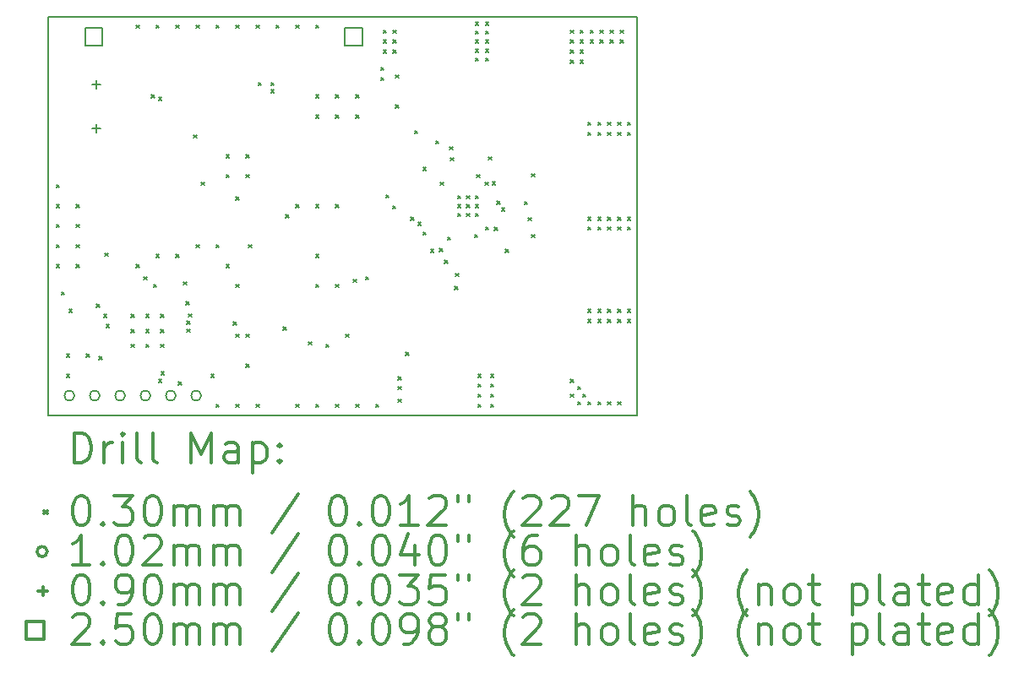
<source format=gbr>
%FSLAX45Y45*%
G04 Gerber Fmt 4.5, Leading zero omitted, Abs format (unit mm)*
G04 Created by KiCad (PCBNEW 4.0.5) date 03/01/17 00:06:03*
%MOMM*%
%LPD*%
G01*
G04 APERTURE LIST*
%ADD10C,0.127000*%
%ADD11C,0.150000*%
%ADD12C,0.200000*%
%ADD13C,0.300000*%
G04 APERTURE END LIST*
D10*
D11*
X19800000Y-8500000D02*
X13900000Y-8500000D01*
X19800000Y-12500000D02*
X19800000Y-8500000D01*
X13900000Y-12500000D02*
X19800000Y-12500000D01*
X13900000Y-8500000D02*
X13900000Y-12500000D01*
D12*
X13985000Y-10185000D02*
X14015000Y-10215000D01*
X14015000Y-10185000D02*
X13985000Y-10215000D01*
X13985000Y-10385000D02*
X14015000Y-10415000D01*
X14015000Y-10385000D02*
X13985000Y-10415000D01*
X13985000Y-10585000D02*
X14015000Y-10615000D01*
X14015000Y-10585000D02*
X13985000Y-10615000D01*
X13985000Y-10785000D02*
X14015000Y-10815000D01*
X14015000Y-10785000D02*
X13985000Y-10815000D01*
X13985000Y-10985000D02*
X14015000Y-11015000D01*
X14015000Y-10985000D02*
X13985000Y-11015000D01*
X14035000Y-11260000D02*
X14065000Y-11290000D01*
X14065000Y-11260000D02*
X14035000Y-11290000D01*
X14085000Y-11885000D02*
X14115000Y-11915000D01*
X14115000Y-11885000D02*
X14085000Y-11915000D01*
X14085000Y-12085000D02*
X14115000Y-12115000D01*
X14115000Y-12085000D02*
X14085000Y-12115000D01*
X14110000Y-11435000D02*
X14140000Y-11465000D01*
X14140000Y-11435000D02*
X14110000Y-11465000D01*
X14185000Y-10385000D02*
X14215000Y-10415000D01*
X14215000Y-10385000D02*
X14185000Y-10415000D01*
X14185000Y-10585000D02*
X14215000Y-10615000D01*
X14215000Y-10585000D02*
X14185000Y-10615000D01*
X14185000Y-10785000D02*
X14215000Y-10815000D01*
X14215000Y-10785000D02*
X14185000Y-10815000D01*
X14185000Y-10985000D02*
X14215000Y-11015000D01*
X14215000Y-10985000D02*
X14185000Y-11015000D01*
X14285000Y-11885000D02*
X14315000Y-11915000D01*
X14315000Y-11885000D02*
X14285000Y-11915000D01*
X14385000Y-11385000D02*
X14415000Y-11415000D01*
X14415000Y-11385000D02*
X14385000Y-11415000D01*
X14410000Y-11910000D02*
X14440000Y-11940000D01*
X14440000Y-11910000D02*
X14410000Y-11940000D01*
X14460000Y-11485000D02*
X14490000Y-11515000D01*
X14490000Y-11485000D02*
X14460000Y-11515000D01*
X14469857Y-10869857D02*
X14499857Y-10899857D01*
X14499857Y-10869857D02*
X14469857Y-10899857D01*
X14485000Y-11585000D02*
X14515000Y-11615000D01*
X14515000Y-11585000D02*
X14485000Y-11615000D01*
X14732500Y-11485000D02*
X14762500Y-11515000D01*
X14762500Y-11485000D02*
X14732500Y-11515000D01*
X14732500Y-11635000D02*
X14762500Y-11665000D01*
X14762500Y-11635000D02*
X14732500Y-11665000D01*
X14732500Y-11785000D02*
X14762500Y-11815000D01*
X14762500Y-11785000D02*
X14732500Y-11815000D01*
X14785000Y-8585000D02*
X14815000Y-8615000D01*
X14815000Y-8585000D02*
X14785000Y-8615000D01*
X14785000Y-10985000D02*
X14815000Y-11015000D01*
X14815000Y-10985000D02*
X14785000Y-11015000D01*
X14860000Y-11110000D02*
X14890000Y-11140000D01*
X14890000Y-11110000D02*
X14860000Y-11140000D01*
X14882500Y-11485000D02*
X14912500Y-11515000D01*
X14912500Y-11485000D02*
X14882500Y-11515000D01*
X14882500Y-11635000D02*
X14912500Y-11665000D01*
X14912500Y-11635000D02*
X14882500Y-11665000D01*
X14882500Y-11785000D02*
X14912500Y-11815000D01*
X14912500Y-11785000D02*
X14882500Y-11815000D01*
X14935000Y-9285000D02*
X14965000Y-9315000D01*
X14965000Y-9285000D02*
X14935000Y-9315000D01*
X14960000Y-11185000D02*
X14990000Y-11215000D01*
X14990000Y-11185000D02*
X14960000Y-11215000D01*
X14985000Y-8585000D02*
X15015000Y-8615000D01*
X15015000Y-8585000D02*
X14985000Y-8615000D01*
X14985000Y-10885000D02*
X15015000Y-10915000D01*
X15015000Y-10885000D02*
X14985000Y-10915000D01*
X15010000Y-9310000D02*
X15040000Y-9340000D01*
X15040000Y-9310000D02*
X15010000Y-9340000D01*
X15010000Y-12135000D02*
X15040000Y-12165000D01*
X15040000Y-12135000D02*
X15010000Y-12165000D01*
X15032500Y-11485000D02*
X15062500Y-11515000D01*
X15062500Y-11485000D02*
X15032500Y-11515000D01*
X15032500Y-11635000D02*
X15062500Y-11665000D01*
X15062500Y-11635000D02*
X15032500Y-11665000D01*
X15032500Y-11785000D02*
X15062500Y-11815000D01*
X15062500Y-11785000D02*
X15032500Y-11815000D01*
X15035000Y-12060000D02*
X15065000Y-12090000D01*
X15065000Y-12060000D02*
X15035000Y-12090000D01*
X15185000Y-8585000D02*
X15215000Y-8615000D01*
X15215000Y-8585000D02*
X15185000Y-8615000D01*
X15185000Y-10885000D02*
X15215000Y-10915000D01*
X15215000Y-10885000D02*
X15185000Y-10915000D01*
X15210000Y-12162501D02*
X15240000Y-12192501D01*
X15240000Y-12162501D02*
X15210000Y-12192501D01*
X15260000Y-11160000D02*
X15290000Y-11190000D01*
X15290000Y-11160000D02*
X15260000Y-11190000D01*
X15285000Y-11360000D02*
X15315000Y-11390000D01*
X15315000Y-11360000D02*
X15285000Y-11390000D01*
X15292277Y-11551649D02*
X15322277Y-11581649D01*
X15322277Y-11551649D02*
X15292277Y-11581649D01*
X15294284Y-11634424D02*
X15324284Y-11664424D01*
X15324284Y-11634424D02*
X15294284Y-11664424D01*
X15311395Y-11479125D02*
X15341395Y-11509125D01*
X15341395Y-11479125D02*
X15311395Y-11509125D01*
X15360000Y-9685000D02*
X15390000Y-9715000D01*
X15390000Y-9685000D02*
X15360000Y-9715000D01*
X15385000Y-8585000D02*
X15415000Y-8615000D01*
X15415000Y-8585000D02*
X15385000Y-8615000D01*
X15385000Y-10785000D02*
X15415000Y-10815000D01*
X15415000Y-10785000D02*
X15385000Y-10815000D01*
X15435000Y-10160000D02*
X15465000Y-10190000D01*
X15465000Y-10160000D02*
X15435000Y-10190000D01*
X15535000Y-12085000D02*
X15565000Y-12115000D01*
X15565000Y-12085000D02*
X15535000Y-12115000D01*
X15585000Y-8585000D02*
X15615000Y-8615000D01*
X15615000Y-8585000D02*
X15585000Y-8615000D01*
X15585000Y-10785000D02*
X15615000Y-10815000D01*
X15615000Y-10785000D02*
X15585000Y-10815000D01*
X15585000Y-12385000D02*
X15615000Y-12415000D01*
X15615000Y-12385000D02*
X15585000Y-12415000D01*
X15685000Y-9885000D02*
X15715000Y-9915000D01*
X15715000Y-9885000D02*
X15685000Y-9915000D01*
X15685000Y-10085000D02*
X15715000Y-10115000D01*
X15715000Y-10085000D02*
X15685000Y-10115000D01*
X15685000Y-10985000D02*
X15715000Y-11015000D01*
X15715000Y-10985000D02*
X15685000Y-11015000D01*
X15760000Y-11560000D02*
X15790000Y-11590000D01*
X15790000Y-11560000D02*
X15760000Y-11590000D01*
X15785000Y-8585000D02*
X15815000Y-8615000D01*
X15815000Y-8585000D02*
X15785000Y-8615000D01*
X15785000Y-10310000D02*
X15815000Y-10340000D01*
X15815000Y-10310000D02*
X15785000Y-10340000D01*
X15785000Y-11185000D02*
X15815000Y-11215000D01*
X15815000Y-11185000D02*
X15785000Y-11215000D01*
X15785000Y-11685000D02*
X15815000Y-11715000D01*
X15815000Y-11685000D02*
X15785000Y-11715000D01*
X15785000Y-12385000D02*
X15815000Y-12415000D01*
X15815000Y-12385000D02*
X15785000Y-12415000D01*
X15885000Y-9885000D02*
X15915000Y-9915000D01*
X15915000Y-9885000D02*
X15885000Y-9915000D01*
X15885000Y-10085000D02*
X15915000Y-10115000D01*
X15915000Y-10085000D02*
X15885000Y-10115000D01*
X15885000Y-11685000D02*
X15915000Y-11715000D01*
X15915000Y-11685000D02*
X15885000Y-11715000D01*
X15885000Y-11985000D02*
X15915000Y-12015000D01*
X15915000Y-11985000D02*
X15885000Y-12015000D01*
X15910000Y-10785000D02*
X15940000Y-10815000D01*
X15940000Y-10785000D02*
X15910000Y-10815000D01*
X15985000Y-8585000D02*
X16015000Y-8615000D01*
X16015000Y-8585000D02*
X15985000Y-8615000D01*
X15985000Y-12385000D02*
X16015000Y-12415000D01*
X16015000Y-12385000D02*
X15985000Y-12415000D01*
X16010000Y-9160000D02*
X16040000Y-9190000D01*
X16040000Y-9160000D02*
X16010000Y-9190000D01*
X16135000Y-9160000D02*
X16165000Y-9190000D01*
X16165000Y-9160000D02*
X16135000Y-9190000D01*
X16135000Y-9235000D02*
X16165000Y-9265000D01*
X16165000Y-9235000D02*
X16135000Y-9265000D01*
X16185000Y-8585000D02*
X16215000Y-8615000D01*
X16215000Y-8585000D02*
X16185000Y-8615000D01*
X16260000Y-11610000D02*
X16290000Y-11640000D01*
X16290000Y-11610000D02*
X16260000Y-11640000D01*
X16285000Y-10485000D02*
X16315000Y-10515000D01*
X16315000Y-10485000D02*
X16285000Y-10515000D01*
X16385000Y-8585000D02*
X16415000Y-8615000D01*
X16415000Y-8585000D02*
X16385000Y-8615000D01*
X16385000Y-10385000D02*
X16415000Y-10415000D01*
X16415000Y-10385000D02*
X16385000Y-10415000D01*
X16385000Y-12385000D02*
X16415000Y-12415000D01*
X16415000Y-12385000D02*
X16385000Y-12415000D01*
X16510000Y-11760000D02*
X16540000Y-11790000D01*
X16540000Y-11760000D02*
X16510000Y-11790000D01*
X16585000Y-8585000D02*
X16615000Y-8615000D01*
X16615000Y-8585000D02*
X16585000Y-8615000D01*
X16585000Y-9285000D02*
X16615000Y-9315000D01*
X16615000Y-9285000D02*
X16585000Y-9315000D01*
X16585000Y-9485000D02*
X16615000Y-9515000D01*
X16615000Y-9485000D02*
X16585000Y-9515000D01*
X16585000Y-10385000D02*
X16615000Y-10415000D01*
X16615000Y-10385000D02*
X16585000Y-10415000D01*
X16585000Y-10885000D02*
X16615000Y-10915000D01*
X16615000Y-10885000D02*
X16585000Y-10915000D01*
X16585000Y-11185000D02*
X16615000Y-11215000D01*
X16615000Y-11185000D02*
X16585000Y-11215000D01*
X16585000Y-12385000D02*
X16615000Y-12415000D01*
X16615000Y-12385000D02*
X16585000Y-12415000D01*
X16685000Y-11785000D02*
X16715000Y-11815000D01*
X16715000Y-11785000D02*
X16685000Y-11815000D01*
X16785000Y-9285000D02*
X16815000Y-9315000D01*
X16815000Y-9285000D02*
X16785000Y-9315000D01*
X16785000Y-9485000D02*
X16815000Y-9515000D01*
X16815000Y-9485000D02*
X16785000Y-9515000D01*
X16785000Y-10385000D02*
X16815000Y-10415000D01*
X16815000Y-10385000D02*
X16785000Y-10415000D01*
X16785000Y-11185000D02*
X16815000Y-11215000D01*
X16815000Y-11185000D02*
X16785000Y-11215000D01*
X16785000Y-12385000D02*
X16815000Y-12415000D01*
X16815000Y-12385000D02*
X16785000Y-12415000D01*
X16885000Y-11685000D02*
X16915000Y-11715000D01*
X16915000Y-11685000D02*
X16885000Y-11715000D01*
X16960000Y-11135000D02*
X16990000Y-11165000D01*
X16990000Y-11135000D02*
X16960000Y-11165000D01*
X16985000Y-9285000D02*
X17015000Y-9315000D01*
X17015000Y-9285000D02*
X16985000Y-9315000D01*
X16985000Y-9485000D02*
X17015000Y-9515000D01*
X17015000Y-9485000D02*
X16985000Y-9515000D01*
X16985000Y-12385000D02*
X17015000Y-12415000D01*
X17015000Y-12385000D02*
X16985000Y-12415000D01*
X17085000Y-11110000D02*
X17115000Y-11140000D01*
X17115000Y-11110000D02*
X17085000Y-11140000D01*
X17185000Y-12385000D02*
X17215000Y-12415000D01*
X17215000Y-12385000D02*
X17185000Y-12415000D01*
X17235000Y-9010000D02*
X17265000Y-9040000D01*
X17265000Y-9010000D02*
X17235000Y-9040000D01*
X17235000Y-9110000D02*
X17265000Y-9140000D01*
X17265000Y-9110000D02*
X17235000Y-9140000D01*
X17260000Y-8635000D02*
X17290000Y-8665000D01*
X17290000Y-8635000D02*
X17260000Y-8665000D01*
X17260000Y-8735000D02*
X17290000Y-8765000D01*
X17290000Y-8735000D02*
X17260000Y-8765000D01*
X17260000Y-8835000D02*
X17290000Y-8865000D01*
X17290000Y-8835000D02*
X17260000Y-8865000D01*
X17285000Y-10285000D02*
X17315000Y-10315000D01*
X17315000Y-10285000D02*
X17285000Y-10315000D01*
X17355000Y-10395000D02*
X17385000Y-10425000D01*
X17385000Y-10395000D02*
X17355000Y-10425000D01*
X17360000Y-8635000D02*
X17390000Y-8665000D01*
X17390000Y-8635000D02*
X17360000Y-8665000D01*
X17360000Y-8735000D02*
X17390000Y-8765000D01*
X17390000Y-8735000D02*
X17360000Y-8765000D01*
X17360000Y-8835000D02*
X17390000Y-8865000D01*
X17390000Y-8835000D02*
X17360000Y-8865000D01*
X17385000Y-9085000D02*
X17415000Y-9115000D01*
X17415000Y-9085000D02*
X17385000Y-9115000D01*
X17385000Y-9385000D02*
X17415000Y-9415000D01*
X17415000Y-9385000D02*
X17385000Y-9415000D01*
X17410000Y-12110000D02*
X17440000Y-12140000D01*
X17440000Y-12110000D02*
X17410000Y-12140000D01*
X17410000Y-12210000D02*
X17440000Y-12240000D01*
X17440000Y-12210000D02*
X17410000Y-12240000D01*
X17410000Y-12335000D02*
X17440000Y-12365000D01*
X17440000Y-12335000D02*
X17410000Y-12365000D01*
X17485000Y-11865000D02*
X17515000Y-11895000D01*
X17515000Y-11865000D02*
X17485000Y-11895000D01*
X17535000Y-10510000D02*
X17565000Y-10540000D01*
X17565000Y-10510000D02*
X17535000Y-10540000D01*
X17575000Y-9645000D02*
X17605000Y-9675000D01*
X17605000Y-9645000D02*
X17575000Y-9675000D01*
X17610000Y-10560000D02*
X17640000Y-10590000D01*
X17640000Y-10560000D02*
X17610000Y-10590000D01*
X17660000Y-10010000D02*
X17690000Y-10040000D01*
X17690000Y-10010000D02*
X17660000Y-10040000D01*
X17660000Y-10660000D02*
X17690000Y-10690000D01*
X17690000Y-10660000D02*
X17660000Y-10690000D01*
X17735000Y-10835000D02*
X17765000Y-10865000D01*
X17765000Y-10835000D02*
X17735000Y-10865000D01*
X17785000Y-9745000D02*
X17815000Y-9775000D01*
X17815000Y-9745000D02*
X17785000Y-9775000D01*
X17822876Y-10822876D02*
X17852876Y-10852876D01*
X17852876Y-10822876D02*
X17822876Y-10852876D01*
X17835000Y-10160000D02*
X17865000Y-10190000D01*
X17865000Y-10160000D02*
X17835000Y-10190000D01*
X17875000Y-10945000D02*
X17905000Y-10975000D01*
X17905000Y-10945000D02*
X17875000Y-10975000D01*
X17903250Y-10710188D02*
X17933250Y-10740188D01*
X17933250Y-10710188D02*
X17903250Y-10740188D01*
X17925000Y-9805000D02*
X17955000Y-9835000D01*
X17955000Y-9805000D02*
X17925000Y-9835000D01*
X17935000Y-9915000D02*
X17965000Y-9945000D01*
X17965000Y-9915000D02*
X17935000Y-9945000D01*
X17975000Y-11205000D02*
X18005000Y-11235000D01*
X18005000Y-11205000D02*
X17975000Y-11235000D01*
X17985000Y-11075000D02*
X18015000Y-11105000D01*
X18015000Y-11075000D02*
X17985000Y-11105000D01*
X18005000Y-10295000D02*
X18035000Y-10325000D01*
X18035000Y-10295000D02*
X18005000Y-10325000D01*
X18005000Y-10385000D02*
X18035000Y-10415000D01*
X18035000Y-10385000D02*
X18005000Y-10415000D01*
X18005000Y-10475000D02*
X18035000Y-10505000D01*
X18035000Y-10475000D02*
X18005000Y-10505000D01*
X18095000Y-10295000D02*
X18125000Y-10325000D01*
X18125000Y-10295000D02*
X18095000Y-10325000D01*
X18095000Y-10385000D02*
X18125000Y-10415000D01*
X18125000Y-10385000D02*
X18095000Y-10415000D01*
X18095000Y-10475000D02*
X18125000Y-10505000D01*
X18125000Y-10475000D02*
X18095000Y-10505000D01*
X18175000Y-10685000D02*
X18205000Y-10715000D01*
X18205000Y-10685000D02*
X18175000Y-10715000D01*
X18185000Y-8555000D02*
X18215000Y-8585000D01*
X18215000Y-8555000D02*
X18185000Y-8585000D01*
X18185000Y-8645000D02*
X18215000Y-8675000D01*
X18215000Y-8645000D02*
X18185000Y-8675000D01*
X18185000Y-8735000D02*
X18215000Y-8765000D01*
X18215000Y-8735000D02*
X18185000Y-8765000D01*
X18185000Y-8825000D02*
X18215000Y-8855000D01*
X18215000Y-8825000D02*
X18185000Y-8855000D01*
X18185000Y-8915000D02*
X18215000Y-8945000D01*
X18215000Y-8915000D02*
X18185000Y-8945000D01*
X18185000Y-10295000D02*
X18215000Y-10325000D01*
X18215000Y-10295000D02*
X18185000Y-10325000D01*
X18185000Y-10385000D02*
X18215000Y-10415000D01*
X18215000Y-10385000D02*
X18185000Y-10415000D01*
X18185000Y-10475000D02*
X18215000Y-10505000D01*
X18215000Y-10475000D02*
X18185000Y-10505000D01*
X18195000Y-10085000D02*
X18225000Y-10115000D01*
X18225000Y-10085000D02*
X18195000Y-10115000D01*
X18210000Y-12085000D02*
X18240000Y-12115000D01*
X18240000Y-12085000D02*
X18210000Y-12115000D01*
X18210000Y-12185000D02*
X18240000Y-12215000D01*
X18240000Y-12185000D02*
X18210000Y-12215000D01*
X18210000Y-12285000D02*
X18240000Y-12315000D01*
X18240000Y-12285000D02*
X18210000Y-12315000D01*
X18210000Y-12385000D02*
X18240000Y-12415000D01*
X18240000Y-12385000D02*
X18210000Y-12415000D01*
X18280190Y-10160344D02*
X18310190Y-10190344D01*
X18310190Y-10160344D02*
X18280190Y-10190344D01*
X18285000Y-8555000D02*
X18315000Y-8585000D01*
X18315000Y-8555000D02*
X18285000Y-8585000D01*
X18285000Y-8645000D02*
X18315000Y-8675000D01*
X18315000Y-8645000D02*
X18285000Y-8675000D01*
X18285000Y-8735000D02*
X18315000Y-8765000D01*
X18315000Y-8735000D02*
X18285000Y-8765000D01*
X18285000Y-8825000D02*
X18315000Y-8855000D01*
X18315000Y-8825000D02*
X18285000Y-8855000D01*
X18285000Y-8915000D02*
X18315000Y-8945000D01*
X18315000Y-8915000D02*
X18285000Y-8945000D01*
X18285000Y-10610000D02*
X18315000Y-10640000D01*
X18315000Y-10610000D02*
X18285000Y-10640000D01*
X18315000Y-9905000D02*
X18345000Y-9935000D01*
X18345000Y-9905000D02*
X18315000Y-9935000D01*
X18335000Y-12085000D02*
X18365000Y-12115000D01*
X18365000Y-12085000D02*
X18335000Y-12115000D01*
X18335000Y-12185000D02*
X18365000Y-12215000D01*
X18365000Y-12185000D02*
X18335000Y-12215000D01*
X18335000Y-12285000D02*
X18365000Y-12315000D01*
X18365000Y-12285000D02*
X18335000Y-12315000D01*
X18335000Y-12385000D02*
X18365000Y-12415000D01*
X18365000Y-12385000D02*
X18335000Y-12415000D01*
X18355000Y-10155000D02*
X18385000Y-10185000D01*
X18385000Y-10155000D02*
X18355000Y-10185000D01*
X18373155Y-10615000D02*
X18403155Y-10645000D01*
X18403155Y-10615000D02*
X18373155Y-10645000D01*
X18400435Y-10352500D02*
X18430435Y-10382500D01*
X18430435Y-10352500D02*
X18400435Y-10382500D01*
X18447877Y-10417500D02*
X18477877Y-10447500D01*
X18477877Y-10417500D02*
X18447877Y-10447500D01*
X18485000Y-10835000D02*
X18515000Y-10865000D01*
X18515000Y-10835000D02*
X18485000Y-10865000D01*
X18675000Y-10355000D02*
X18705000Y-10385000D01*
X18705000Y-10355000D02*
X18675000Y-10385000D01*
X18715000Y-10515000D02*
X18745000Y-10545000D01*
X18745000Y-10515000D02*
X18715000Y-10545000D01*
X18745000Y-10075000D02*
X18775000Y-10105000D01*
X18775000Y-10075000D02*
X18745000Y-10105000D01*
X18745000Y-10685000D02*
X18775000Y-10715000D01*
X18775000Y-10685000D02*
X18745000Y-10715000D01*
X19135000Y-8635000D02*
X19165000Y-8665000D01*
X19165000Y-8635000D02*
X19135000Y-8665000D01*
X19135000Y-8735000D02*
X19165000Y-8765000D01*
X19165000Y-8735000D02*
X19135000Y-8765000D01*
X19135000Y-8835000D02*
X19165000Y-8865000D01*
X19165000Y-8835000D02*
X19135000Y-8865000D01*
X19135000Y-8935000D02*
X19165000Y-8965000D01*
X19165000Y-8935000D02*
X19135000Y-8965000D01*
X19135000Y-12135000D02*
X19165000Y-12165000D01*
X19165000Y-12135000D02*
X19135000Y-12165000D01*
X19135000Y-12285000D02*
X19165000Y-12315000D01*
X19165000Y-12285000D02*
X19135000Y-12315000D01*
X19210000Y-12210000D02*
X19240000Y-12240000D01*
X19240000Y-12210000D02*
X19210000Y-12240000D01*
X19210000Y-12360000D02*
X19240000Y-12390000D01*
X19240000Y-12360000D02*
X19210000Y-12390000D01*
X19235000Y-8635000D02*
X19265000Y-8665000D01*
X19265000Y-8635000D02*
X19235000Y-8665000D01*
X19235000Y-8735000D02*
X19265000Y-8765000D01*
X19265000Y-8735000D02*
X19235000Y-8765000D01*
X19235000Y-8835000D02*
X19265000Y-8865000D01*
X19265000Y-8835000D02*
X19235000Y-8865000D01*
X19235000Y-8935000D02*
X19265000Y-8965000D01*
X19265000Y-8935000D02*
X19235000Y-8965000D01*
X19260000Y-12285000D02*
X19290000Y-12315000D01*
X19290000Y-12285000D02*
X19260000Y-12315000D01*
X19310000Y-9560000D02*
X19340000Y-9590000D01*
X19340000Y-9560000D02*
X19310000Y-9590000D01*
X19310000Y-9660000D02*
X19340000Y-9690000D01*
X19340000Y-9660000D02*
X19310000Y-9690000D01*
X19310000Y-10510000D02*
X19340000Y-10540000D01*
X19340000Y-10510000D02*
X19310000Y-10540000D01*
X19310000Y-10610000D02*
X19340000Y-10640000D01*
X19340000Y-10610000D02*
X19310000Y-10640000D01*
X19310000Y-11435000D02*
X19340000Y-11465000D01*
X19340000Y-11435000D02*
X19310000Y-11465000D01*
X19310000Y-11535000D02*
X19340000Y-11565000D01*
X19340000Y-11535000D02*
X19310000Y-11565000D01*
X19310000Y-12360000D02*
X19340000Y-12390000D01*
X19340000Y-12360000D02*
X19310000Y-12390000D01*
X19335000Y-8635000D02*
X19365000Y-8665000D01*
X19365000Y-8635000D02*
X19335000Y-8665000D01*
X19335000Y-8735000D02*
X19365000Y-8765000D01*
X19365000Y-8735000D02*
X19335000Y-8765000D01*
X19410000Y-9560000D02*
X19440000Y-9590000D01*
X19440000Y-9560000D02*
X19410000Y-9590000D01*
X19410000Y-9660000D02*
X19440000Y-9690000D01*
X19440000Y-9660000D02*
X19410000Y-9690000D01*
X19410000Y-10510000D02*
X19440000Y-10540000D01*
X19440000Y-10510000D02*
X19410000Y-10540000D01*
X19410000Y-10610000D02*
X19440000Y-10640000D01*
X19440000Y-10610000D02*
X19410000Y-10640000D01*
X19410000Y-11435000D02*
X19440000Y-11465000D01*
X19440000Y-11435000D02*
X19410000Y-11465000D01*
X19410000Y-11535000D02*
X19440000Y-11565000D01*
X19440000Y-11535000D02*
X19410000Y-11565000D01*
X19410000Y-12360000D02*
X19440000Y-12390000D01*
X19440000Y-12360000D02*
X19410000Y-12390000D01*
X19435000Y-8635000D02*
X19465000Y-8665000D01*
X19465000Y-8635000D02*
X19435000Y-8665000D01*
X19435000Y-8735000D02*
X19465000Y-8765000D01*
X19465000Y-8735000D02*
X19435000Y-8765000D01*
X19510000Y-9560000D02*
X19540000Y-9590000D01*
X19540000Y-9560000D02*
X19510000Y-9590000D01*
X19510000Y-9660000D02*
X19540000Y-9690000D01*
X19540000Y-9660000D02*
X19510000Y-9690000D01*
X19510000Y-10510000D02*
X19540000Y-10540000D01*
X19540000Y-10510000D02*
X19510000Y-10540000D01*
X19510000Y-10610000D02*
X19540000Y-10640000D01*
X19540000Y-10610000D02*
X19510000Y-10640000D01*
X19510000Y-11435000D02*
X19540000Y-11465000D01*
X19540000Y-11435000D02*
X19510000Y-11465000D01*
X19510000Y-11535000D02*
X19540000Y-11565000D01*
X19540000Y-11535000D02*
X19510000Y-11565000D01*
X19510000Y-12360000D02*
X19540000Y-12390000D01*
X19540000Y-12360000D02*
X19510000Y-12390000D01*
X19535000Y-8635000D02*
X19565000Y-8665000D01*
X19565000Y-8635000D02*
X19535000Y-8665000D01*
X19535000Y-8735000D02*
X19565000Y-8765000D01*
X19565000Y-8735000D02*
X19535000Y-8765000D01*
X19610000Y-9560000D02*
X19640000Y-9590000D01*
X19640000Y-9560000D02*
X19610000Y-9590000D01*
X19610000Y-9660000D02*
X19640000Y-9690000D01*
X19640000Y-9660000D02*
X19610000Y-9690000D01*
X19610000Y-10510000D02*
X19640000Y-10540000D01*
X19640000Y-10510000D02*
X19610000Y-10540000D01*
X19610000Y-10610000D02*
X19640000Y-10640000D01*
X19640000Y-10610000D02*
X19610000Y-10640000D01*
X19610000Y-11435000D02*
X19640000Y-11465000D01*
X19640000Y-11435000D02*
X19610000Y-11465000D01*
X19610000Y-11535000D02*
X19640000Y-11565000D01*
X19640000Y-11535000D02*
X19610000Y-11565000D01*
X19610000Y-12360000D02*
X19640000Y-12390000D01*
X19640000Y-12360000D02*
X19610000Y-12390000D01*
X19635000Y-8635000D02*
X19665000Y-8665000D01*
X19665000Y-8635000D02*
X19635000Y-8665000D01*
X19635000Y-8735000D02*
X19665000Y-8765000D01*
X19665000Y-8735000D02*
X19635000Y-8765000D01*
X19710000Y-9560000D02*
X19740000Y-9590000D01*
X19740000Y-9560000D02*
X19710000Y-9590000D01*
X19710000Y-9660000D02*
X19740000Y-9690000D01*
X19740000Y-9660000D02*
X19710000Y-9690000D01*
X19710000Y-10510000D02*
X19740000Y-10540000D01*
X19740000Y-10510000D02*
X19710000Y-10540000D01*
X19710000Y-10610000D02*
X19740000Y-10640000D01*
X19740000Y-10610000D02*
X19710000Y-10640000D01*
X19710000Y-11435000D02*
X19740000Y-11465000D01*
X19740000Y-11435000D02*
X19710000Y-11465000D01*
X19710000Y-11535000D02*
X19740000Y-11565000D01*
X19740000Y-11535000D02*
X19710000Y-11565000D01*
X14165800Y-12300000D02*
G75*
G03X14165800Y-12300000I-50800J0D01*
G01*
X14419800Y-12300000D02*
G75*
G03X14419800Y-12300000I-50800J0D01*
G01*
X14673800Y-12300000D02*
G75*
G03X14673800Y-12300000I-50800J0D01*
G01*
X14927800Y-12300000D02*
G75*
G03X14927800Y-12300000I-50800J0D01*
G01*
X15181800Y-12300000D02*
G75*
G03X15181800Y-12300000I-50800J0D01*
G01*
X15435800Y-12300000D02*
G75*
G03X15435800Y-12300000I-50800J0D01*
G01*
X14385090Y-9135078D02*
X14385090Y-9224994D01*
X14340132Y-9180036D02*
X14430048Y-9180036D01*
X14385090Y-9575006D02*
X14385090Y-9664922D01*
X14340132Y-9619964D02*
X14430048Y-9619964D01*
X14448389Y-8788389D02*
X14448389Y-8611611D01*
X14271611Y-8611611D01*
X14271611Y-8788389D01*
X14448389Y-8788389D01*
X17048389Y-8788389D02*
X17048389Y-8611611D01*
X16871611Y-8611611D01*
X16871611Y-8788389D01*
X17048389Y-8788389D01*
D13*
X14163928Y-12973214D02*
X14163928Y-12673214D01*
X14235357Y-12673214D01*
X14278214Y-12687500D01*
X14306786Y-12716071D01*
X14321071Y-12744643D01*
X14335357Y-12801786D01*
X14335357Y-12844643D01*
X14321071Y-12901786D01*
X14306786Y-12930357D01*
X14278214Y-12958929D01*
X14235357Y-12973214D01*
X14163928Y-12973214D01*
X14463928Y-12973214D02*
X14463928Y-12773214D01*
X14463928Y-12830357D02*
X14478214Y-12801786D01*
X14492500Y-12787500D01*
X14521071Y-12773214D01*
X14549643Y-12773214D01*
X14649643Y-12973214D02*
X14649643Y-12773214D01*
X14649643Y-12673214D02*
X14635357Y-12687500D01*
X14649643Y-12701786D01*
X14663928Y-12687500D01*
X14649643Y-12673214D01*
X14649643Y-12701786D01*
X14835357Y-12973214D02*
X14806786Y-12958929D01*
X14792500Y-12930357D01*
X14792500Y-12673214D01*
X14992500Y-12973214D02*
X14963928Y-12958929D01*
X14949643Y-12930357D01*
X14949643Y-12673214D01*
X15335357Y-12973214D02*
X15335357Y-12673214D01*
X15435357Y-12887500D01*
X15535357Y-12673214D01*
X15535357Y-12973214D01*
X15806786Y-12973214D02*
X15806786Y-12816071D01*
X15792500Y-12787500D01*
X15763928Y-12773214D01*
X15706786Y-12773214D01*
X15678214Y-12787500D01*
X15806786Y-12958929D02*
X15778214Y-12973214D01*
X15706786Y-12973214D01*
X15678214Y-12958929D01*
X15663928Y-12930357D01*
X15663928Y-12901786D01*
X15678214Y-12873214D01*
X15706786Y-12858929D01*
X15778214Y-12858929D01*
X15806786Y-12844643D01*
X15949643Y-12773214D02*
X15949643Y-13073214D01*
X15949643Y-12787500D02*
X15978214Y-12773214D01*
X16035357Y-12773214D01*
X16063928Y-12787500D01*
X16078214Y-12801786D01*
X16092500Y-12830357D01*
X16092500Y-12916071D01*
X16078214Y-12944643D01*
X16063928Y-12958929D01*
X16035357Y-12973214D01*
X15978214Y-12973214D01*
X15949643Y-12958929D01*
X16221071Y-12944643D02*
X16235357Y-12958929D01*
X16221071Y-12973214D01*
X16206786Y-12958929D01*
X16221071Y-12944643D01*
X16221071Y-12973214D01*
X16221071Y-12787500D02*
X16235357Y-12801786D01*
X16221071Y-12816071D01*
X16206786Y-12801786D01*
X16221071Y-12787500D01*
X16221071Y-12816071D01*
X13862500Y-13452500D02*
X13892500Y-13482500D01*
X13892500Y-13452500D02*
X13862500Y-13482500D01*
X14221071Y-13303214D02*
X14249643Y-13303214D01*
X14278214Y-13317500D01*
X14292500Y-13331786D01*
X14306786Y-13360357D01*
X14321071Y-13417500D01*
X14321071Y-13488929D01*
X14306786Y-13546071D01*
X14292500Y-13574643D01*
X14278214Y-13588929D01*
X14249643Y-13603214D01*
X14221071Y-13603214D01*
X14192500Y-13588929D01*
X14178214Y-13574643D01*
X14163928Y-13546071D01*
X14149643Y-13488929D01*
X14149643Y-13417500D01*
X14163928Y-13360357D01*
X14178214Y-13331786D01*
X14192500Y-13317500D01*
X14221071Y-13303214D01*
X14449643Y-13574643D02*
X14463928Y-13588929D01*
X14449643Y-13603214D01*
X14435357Y-13588929D01*
X14449643Y-13574643D01*
X14449643Y-13603214D01*
X14563928Y-13303214D02*
X14749643Y-13303214D01*
X14649643Y-13417500D01*
X14692500Y-13417500D01*
X14721071Y-13431786D01*
X14735357Y-13446071D01*
X14749643Y-13474643D01*
X14749643Y-13546071D01*
X14735357Y-13574643D01*
X14721071Y-13588929D01*
X14692500Y-13603214D01*
X14606786Y-13603214D01*
X14578214Y-13588929D01*
X14563928Y-13574643D01*
X14935357Y-13303214D02*
X14963928Y-13303214D01*
X14992500Y-13317500D01*
X15006786Y-13331786D01*
X15021071Y-13360357D01*
X15035357Y-13417500D01*
X15035357Y-13488929D01*
X15021071Y-13546071D01*
X15006786Y-13574643D01*
X14992500Y-13588929D01*
X14963928Y-13603214D01*
X14935357Y-13603214D01*
X14906786Y-13588929D01*
X14892500Y-13574643D01*
X14878214Y-13546071D01*
X14863928Y-13488929D01*
X14863928Y-13417500D01*
X14878214Y-13360357D01*
X14892500Y-13331786D01*
X14906786Y-13317500D01*
X14935357Y-13303214D01*
X15163928Y-13603214D02*
X15163928Y-13403214D01*
X15163928Y-13431786D02*
X15178214Y-13417500D01*
X15206786Y-13403214D01*
X15249643Y-13403214D01*
X15278214Y-13417500D01*
X15292500Y-13446071D01*
X15292500Y-13603214D01*
X15292500Y-13446071D02*
X15306786Y-13417500D01*
X15335357Y-13403214D01*
X15378214Y-13403214D01*
X15406786Y-13417500D01*
X15421071Y-13446071D01*
X15421071Y-13603214D01*
X15563928Y-13603214D02*
X15563928Y-13403214D01*
X15563928Y-13431786D02*
X15578214Y-13417500D01*
X15606786Y-13403214D01*
X15649643Y-13403214D01*
X15678214Y-13417500D01*
X15692500Y-13446071D01*
X15692500Y-13603214D01*
X15692500Y-13446071D02*
X15706786Y-13417500D01*
X15735357Y-13403214D01*
X15778214Y-13403214D01*
X15806786Y-13417500D01*
X15821071Y-13446071D01*
X15821071Y-13603214D01*
X16406786Y-13288929D02*
X16149643Y-13674643D01*
X16792500Y-13303214D02*
X16821071Y-13303214D01*
X16849643Y-13317500D01*
X16863928Y-13331786D01*
X16878214Y-13360357D01*
X16892500Y-13417500D01*
X16892500Y-13488929D01*
X16878214Y-13546071D01*
X16863928Y-13574643D01*
X16849643Y-13588929D01*
X16821071Y-13603214D01*
X16792500Y-13603214D01*
X16763928Y-13588929D01*
X16749643Y-13574643D01*
X16735357Y-13546071D01*
X16721071Y-13488929D01*
X16721071Y-13417500D01*
X16735357Y-13360357D01*
X16749643Y-13331786D01*
X16763928Y-13317500D01*
X16792500Y-13303214D01*
X17021071Y-13574643D02*
X17035357Y-13588929D01*
X17021071Y-13603214D01*
X17006786Y-13588929D01*
X17021071Y-13574643D01*
X17021071Y-13603214D01*
X17221071Y-13303214D02*
X17249643Y-13303214D01*
X17278214Y-13317500D01*
X17292500Y-13331786D01*
X17306786Y-13360357D01*
X17321071Y-13417500D01*
X17321071Y-13488929D01*
X17306786Y-13546071D01*
X17292500Y-13574643D01*
X17278214Y-13588929D01*
X17249643Y-13603214D01*
X17221071Y-13603214D01*
X17192500Y-13588929D01*
X17178214Y-13574643D01*
X17163928Y-13546071D01*
X17149643Y-13488929D01*
X17149643Y-13417500D01*
X17163928Y-13360357D01*
X17178214Y-13331786D01*
X17192500Y-13317500D01*
X17221071Y-13303214D01*
X17606786Y-13603214D02*
X17435357Y-13603214D01*
X17521071Y-13603214D02*
X17521071Y-13303214D01*
X17492500Y-13346071D01*
X17463928Y-13374643D01*
X17435357Y-13388929D01*
X17721071Y-13331786D02*
X17735357Y-13317500D01*
X17763928Y-13303214D01*
X17835357Y-13303214D01*
X17863928Y-13317500D01*
X17878214Y-13331786D01*
X17892500Y-13360357D01*
X17892500Y-13388929D01*
X17878214Y-13431786D01*
X17706786Y-13603214D01*
X17892500Y-13603214D01*
X18006786Y-13303214D02*
X18006786Y-13360357D01*
X18121071Y-13303214D02*
X18121071Y-13360357D01*
X18563928Y-13717500D02*
X18549643Y-13703214D01*
X18521071Y-13660357D01*
X18506786Y-13631786D01*
X18492500Y-13588929D01*
X18478214Y-13517500D01*
X18478214Y-13460357D01*
X18492500Y-13388929D01*
X18506786Y-13346071D01*
X18521071Y-13317500D01*
X18549643Y-13274643D01*
X18563928Y-13260357D01*
X18663928Y-13331786D02*
X18678214Y-13317500D01*
X18706786Y-13303214D01*
X18778214Y-13303214D01*
X18806786Y-13317500D01*
X18821071Y-13331786D01*
X18835357Y-13360357D01*
X18835357Y-13388929D01*
X18821071Y-13431786D01*
X18649643Y-13603214D01*
X18835357Y-13603214D01*
X18949643Y-13331786D02*
X18963928Y-13317500D01*
X18992500Y-13303214D01*
X19063928Y-13303214D01*
X19092500Y-13317500D01*
X19106786Y-13331786D01*
X19121071Y-13360357D01*
X19121071Y-13388929D01*
X19106786Y-13431786D01*
X18935357Y-13603214D01*
X19121071Y-13603214D01*
X19221071Y-13303214D02*
X19421071Y-13303214D01*
X19292500Y-13603214D01*
X19763928Y-13603214D02*
X19763928Y-13303214D01*
X19892500Y-13603214D02*
X19892500Y-13446071D01*
X19878214Y-13417500D01*
X19849643Y-13403214D01*
X19806786Y-13403214D01*
X19778214Y-13417500D01*
X19763928Y-13431786D01*
X20078214Y-13603214D02*
X20049643Y-13588929D01*
X20035357Y-13574643D01*
X20021071Y-13546071D01*
X20021071Y-13460357D01*
X20035357Y-13431786D01*
X20049643Y-13417500D01*
X20078214Y-13403214D01*
X20121071Y-13403214D01*
X20149643Y-13417500D01*
X20163928Y-13431786D01*
X20178214Y-13460357D01*
X20178214Y-13546071D01*
X20163928Y-13574643D01*
X20149643Y-13588929D01*
X20121071Y-13603214D01*
X20078214Y-13603214D01*
X20349643Y-13603214D02*
X20321071Y-13588929D01*
X20306786Y-13560357D01*
X20306786Y-13303214D01*
X20578214Y-13588929D02*
X20549643Y-13603214D01*
X20492500Y-13603214D01*
X20463929Y-13588929D01*
X20449643Y-13560357D01*
X20449643Y-13446071D01*
X20463929Y-13417500D01*
X20492500Y-13403214D01*
X20549643Y-13403214D01*
X20578214Y-13417500D01*
X20592500Y-13446071D01*
X20592500Y-13474643D01*
X20449643Y-13503214D01*
X20706786Y-13588929D02*
X20735357Y-13603214D01*
X20792500Y-13603214D01*
X20821071Y-13588929D01*
X20835357Y-13560357D01*
X20835357Y-13546071D01*
X20821071Y-13517500D01*
X20792500Y-13503214D01*
X20749643Y-13503214D01*
X20721071Y-13488929D01*
X20706786Y-13460357D01*
X20706786Y-13446071D01*
X20721071Y-13417500D01*
X20749643Y-13403214D01*
X20792500Y-13403214D01*
X20821071Y-13417500D01*
X20935357Y-13717500D02*
X20949643Y-13703214D01*
X20978214Y-13660357D01*
X20992500Y-13631786D01*
X21006786Y-13588929D01*
X21021071Y-13517500D01*
X21021071Y-13460357D01*
X21006786Y-13388929D01*
X20992500Y-13346071D01*
X20978214Y-13317500D01*
X20949643Y-13274643D01*
X20935357Y-13260357D01*
X13892500Y-13863500D02*
G75*
G03X13892500Y-13863500I-50800J0D01*
G01*
X14321071Y-13999214D02*
X14149643Y-13999214D01*
X14235357Y-13999214D02*
X14235357Y-13699214D01*
X14206786Y-13742071D01*
X14178214Y-13770643D01*
X14149643Y-13784929D01*
X14449643Y-13970643D02*
X14463928Y-13984929D01*
X14449643Y-13999214D01*
X14435357Y-13984929D01*
X14449643Y-13970643D01*
X14449643Y-13999214D01*
X14649643Y-13699214D02*
X14678214Y-13699214D01*
X14706786Y-13713500D01*
X14721071Y-13727786D01*
X14735357Y-13756357D01*
X14749643Y-13813500D01*
X14749643Y-13884929D01*
X14735357Y-13942071D01*
X14721071Y-13970643D01*
X14706786Y-13984929D01*
X14678214Y-13999214D01*
X14649643Y-13999214D01*
X14621071Y-13984929D01*
X14606786Y-13970643D01*
X14592500Y-13942071D01*
X14578214Y-13884929D01*
X14578214Y-13813500D01*
X14592500Y-13756357D01*
X14606786Y-13727786D01*
X14621071Y-13713500D01*
X14649643Y-13699214D01*
X14863928Y-13727786D02*
X14878214Y-13713500D01*
X14906786Y-13699214D01*
X14978214Y-13699214D01*
X15006786Y-13713500D01*
X15021071Y-13727786D01*
X15035357Y-13756357D01*
X15035357Y-13784929D01*
X15021071Y-13827786D01*
X14849643Y-13999214D01*
X15035357Y-13999214D01*
X15163928Y-13999214D02*
X15163928Y-13799214D01*
X15163928Y-13827786D02*
X15178214Y-13813500D01*
X15206786Y-13799214D01*
X15249643Y-13799214D01*
X15278214Y-13813500D01*
X15292500Y-13842071D01*
X15292500Y-13999214D01*
X15292500Y-13842071D02*
X15306786Y-13813500D01*
X15335357Y-13799214D01*
X15378214Y-13799214D01*
X15406786Y-13813500D01*
X15421071Y-13842071D01*
X15421071Y-13999214D01*
X15563928Y-13999214D02*
X15563928Y-13799214D01*
X15563928Y-13827786D02*
X15578214Y-13813500D01*
X15606786Y-13799214D01*
X15649643Y-13799214D01*
X15678214Y-13813500D01*
X15692500Y-13842071D01*
X15692500Y-13999214D01*
X15692500Y-13842071D02*
X15706786Y-13813500D01*
X15735357Y-13799214D01*
X15778214Y-13799214D01*
X15806786Y-13813500D01*
X15821071Y-13842071D01*
X15821071Y-13999214D01*
X16406786Y-13684929D02*
X16149643Y-14070643D01*
X16792500Y-13699214D02*
X16821071Y-13699214D01*
X16849643Y-13713500D01*
X16863928Y-13727786D01*
X16878214Y-13756357D01*
X16892500Y-13813500D01*
X16892500Y-13884929D01*
X16878214Y-13942071D01*
X16863928Y-13970643D01*
X16849643Y-13984929D01*
X16821071Y-13999214D01*
X16792500Y-13999214D01*
X16763928Y-13984929D01*
X16749643Y-13970643D01*
X16735357Y-13942071D01*
X16721071Y-13884929D01*
X16721071Y-13813500D01*
X16735357Y-13756357D01*
X16749643Y-13727786D01*
X16763928Y-13713500D01*
X16792500Y-13699214D01*
X17021071Y-13970643D02*
X17035357Y-13984929D01*
X17021071Y-13999214D01*
X17006786Y-13984929D01*
X17021071Y-13970643D01*
X17021071Y-13999214D01*
X17221071Y-13699214D02*
X17249643Y-13699214D01*
X17278214Y-13713500D01*
X17292500Y-13727786D01*
X17306786Y-13756357D01*
X17321071Y-13813500D01*
X17321071Y-13884929D01*
X17306786Y-13942071D01*
X17292500Y-13970643D01*
X17278214Y-13984929D01*
X17249643Y-13999214D01*
X17221071Y-13999214D01*
X17192500Y-13984929D01*
X17178214Y-13970643D01*
X17163928Y-13942071D01*
X17149643Y-13884929D01*
X17149643Y-13813500D01*
X17163928Y-13756357D01*
X17178214Y-13727786D01*
X17192500Y-13713500D01*
X17221071Y-13699214D01*
X17578214Y-13799214D02*
X17578214Y-13999214D01*
X17506786Y-13684929D02*
X17435357Y-13899214D01*
X17621071Y-13899214D01*
X17792500Y-13699214D02*
X17821071Y-13699214D01*
X17849643Y-13713500D01*
X17863928Y-13727786D01*
X17878214Y-13756357D01*
X17892500Y-13813500D01*
X17892500Y-13884929D01*
X17878214Y-13942071D01*
X17863928Y-13970643D01*
X17849643Y-13984929D01*
X17821071Y-13999214D01*
X17792500Y-13999214D01*
X17763928Y-13984929D01*
X17749643Y-13970643D01*
X17735357Y-13942071D01*
X17721071Y-13884929D01*
X17721071Y-13813500D01*
X17735357Y-13756357D01*
X17749643Y-13727786D01*
X17763928Y-13713500D01*
X17792500Y-13699214D01*
X18006786Y-13699214D02*
X18006786Y-13756357D01*
X18121071Y-13699214D02*
X18121071Y-13756357D01*
X18563928Y-14113500D02*
X18549643Y-14099214D01*
X18521071Y-14056357D01*
X18506786Y-14027786D01*
X18492500Y-13984929D01*
X18478214Y-13913500D01*
X18478214Y-13856357D01*
X18492500Y-13784929D01*
X18506786Y-13742071D01*
X18521071Y-13713500D01*
X18549643Y-13670643D01*
X18563928Y-13656357D01*
X18806786Y-13699214D02*
X18749643Y-13699214D01*
X18721071Y-13713500D01*
X18706786Y-13727786D01*
X18678214Y-13770643D01*
X18663928Y-13827786D01*
X18663928Y-13942071D01*
X18678214Y-13970643D01*
X18692500Y-13984929D01*
X18721071Y-13999214D01*
X18778214Y-13999214D01*
X18806786Y-13984929D01*
X18821071Y-13970643D01*
X18835357Y-13942071D01*
X18835357Y-13870643D01*
X18821071Y-13842071D01*
X18806786Y-13827786D01*
X18778214Y-13813500D01*
X18721071Y-13813500D01*
X18692500Y-13827786D01*
X18678214Y-13842071D01*
X18663928Y-13870643D01*
X19192500Y-13999214D02*
X19192500Y-13699214D01*
X19321071Y-13999214D02*
X19321071Y-13842071D01*
X19306786Y-13813500D01*
X19278214Y-13799214D01*
X19235357Y-13799214D01*
X19206786Y-13813500D01*
X19192500Y-13827786D01*
X19506786Y-13999214D02*
X19478214Y-13984929D01*
X19463928Y-13970643D01*
X19449643Y-13942071D01*
X19449643Y-13856357D01*
X19463928Y-13827786D01*
X19478214Y-13813500D01*
X19506786Y-13799214D01*
X19549643Y-13799214D01*
X19578214Y-13813500D01*
X19592500Y-13827786D01*
X19606786Y-13856357D01*
X19606786Y-13942071D01*
X19592500Y-13970643D01*
X19578214Y-13984929D01*
X19549643Y-13999214D01*
X19506786Y-13999214D01*
X19778214Y-13999214D02*
X19749643Y-13984929D01*
X19735357Y-13956357D01*
X19735357Y-13699214D01*
X20006786Y-13984929D02*
X19978214Y-13999214D01*
X19921071Y-13999214D01*
X19892500Y-13984929D01*
X19878214Y-13956357D01*
X19878214Y-13842071D01*
X19892500Y-13813500D01*
X19921071Y-13799214D01*
X19978214Y-13799214D01*
X20006786Y-13813500D01*
X20021071Y-13842071D01*
X20021071Y-13870643D01*
X19878214Y-13899214D01*
X20135357Y-13984929D02*
X20163929Y-13999214D01*
X20221071Y-13999214D01*
X20249643Y-13984929D01*
X20263929Y-13956357D01*
X20263929Y-13942071D01*
X20249643Y-13913500D01*
X20221071Y-13899214D01*
X20178214Y-13899214D01*
X20149643Y-13884929D01*
X20135357Y-13856357D01*
X20135357Y-13842071D01*
X20149643Y-13813500D01*
X20178214Y-13799214D01*
X20221071Y-13799214D01*
X20249643Y-13813500D01*
X20363928Y-14113500D02*
X20378214Y-14099214D01*
X20406786Y-14056357D01*
X20421071Y-14027786D01*
X20435357Y-13984929D01*
X20449643Y-13913500D01*
X20449643Y-13856357D01*
X20435357Y-13784929D01*
X20421071Y-13742071D01*
X20406786Y-13713500D01*
X20378214Y-13670643D01*
X20363928Y-13656357D01*
X13847542Y-14214542D02*
X13847542Y-14304458D01*
X13802584Y-14259500D02*
X13892500Y-14259500D01*
X14221071Y-14095214D02*
X14249643Y-14095214D01*
X14278214Y-14109500D01*
X14292500Y-14123786D01*
X14306786Y-14152357D01*
X14321071Y-14209500D01*
X14321071Y-14280929D01*
X14306786Y-14338071D01*
X14292500Y-14366643D01*
X14278214Y-14380929D01*
X14249643Y-14395214D01*
X14221071Y-14395214D01*
X14192500Y-14380929D01*
X14178214Y-14366643D01*
X14163928Y-14338071D01*
X14149643Y-14280929D01*
X14149643Y-14209500D01*
X14163928Y-14152357D01*
X14178214Y-14123786D01*
X14192500Y-14109500D01*
X14221071Y-14095214D01*
X14449643Y-14366643D02*
X14463928Y-14380929D01*
X14449643Y-14395214D01*
X14435357Y-14380929D01*
X14449643Y-14366643D01*
X14449643Y-14395214D01*
X14606786Y-14395214D02*
X14663928Y-14395214D01*
X14692500Y-14380929D01*
X14706786Y-14366643D01*
X14735357Y-14323786D01*
X14749643Y-14266643D01*
X14749643Y-14152357D01*
X14735357Y-14123786D01*
X14721071Y-14109500D01*
X14692500Y-14095214D01*
X14635357Y-14095214D01*
X14606786Y-14109500D01*
X14592500Y-14123786D01*
X14578214Y-14152357D01*
X14578214Y-14223786D01*
X14592500Y-14252357D01*
X14606786Y-14266643D01*
X14635357Y-14280929D01*
X14692500Y-14280929D01*
X14721071Y-14266643D01*
X14735357Y-14252357D01*
X14749643Y-14223786D01*
X14935357Y-14095214D02*
X14963928Y-14095214D01*
X14992500Y-14109500D01*
X15006786Y-14123786D01*
X15021071Y-14152357D01*
X15035357Y-14209500D01*
X15035357Y-14280929D01*
X15021071Y-14338071D01*
X15006786Y-14366643D01*
X14992500Y-14380929D01*
X14963928Y-14395214D01*
X14935357Y-14395214D01*
X14906786Y-14380929D01*
X14892500Y-14366643D01*
X14878214Y-14338071D01*
X14863928Y-14280929D01*
X14863928Y-14209500D01*
X14878214Y-14152357D01*
X14892500Y-14123786D01*
X14906786Y-14109500D01*
X14935357Y-14095214D01*
X15163928Y-14395214D02*
X15163928Y-14195214D01*
X15163928Y-14223786D02*
X15178214Y-14209500D01*
X15206786Y-14195214D01*
X15249643Y-14195214D01*
X15278214Y-14209500D01*
X15292500Y-14238071D01*
X15292500Y-14395214D01*
X15292500Y-14238071D02*
X15306786Y-14209500D01*
X15335357Y-14195214D01*
X15378214Y-14195214D01*
X15406786Y-14209500D01*
X15421071Y-14238071D01*
X15421071Y-14395214D01*
X15563928Y-14395214D02*
X15563928Y-14195214D01*
X15563928Y-14223786D02*
X15578214Y-14209500D01*
X15606786Y-14195214D01*
X15649643Y-14195214D01*
X15678214Y-14209500D01*
X15692500Y-14238071D01*
X15692500Y-14395214D01*
X15692500Y-14238071D02*
X15706786Y-14209500D01*
X15735357Y-14195214D01*
X15778214Y-14195214D01*
X15806786Y-14209500D01*
X15821071Y-14238071D01*
X15821071Y-14395214D01*
X16406786Y-14080929D02*
X16149643Y-14466643D01*
X16792500Y-14095214D02*
X16821071Y-14095214D01*
X16849643Y-14109500D01*
X16863928Y-14123786D01*
X16878214Y-14152357D01*
X16892500Y-14209500D01*
X16892500Y-14280929D01*
X16878214Y-14338071D01*
X16863928Y-14366643D01*
X16849643Y-14380929D01*
X16821071Y-14395214D01*
X16792500Y-14395214D01*
X16763928Y-14380929D01*
X16749643Y-14366643D01*
X16735357Y-14338071D01*
X16721071Y-14280929D01*
X16721071Y-14209500D01*
X16735357Y-14152357D01*
X16749643Y-14123786D01*
X16763928Y-14109500D01*
X16792500Y-14095214D01*
X17021071Y-14366643D02*
X17035357Y-14380929D01*
X17021071Y-14395214D01*
X17006786Y-14380929D01*
X17021071Y-14366643D01*
X17021071Y-14395214D01*
X17221071Y-14095214D02*
X17249643Y-14095214D01*
X17278214Y-14109500D01*
X17292500Y-14123786D01*
X17306786Y-14152357D01*
X17321071Y-14209500D01*
X17321071Y-14280929D01*
X17306786Y-14338071D01*
X17292500Y-14366643D01*
X17278214Y-14380929D01*
X17249643Y-14395214D01*
X17221071Y-14395214D01*
X17192500Y-14380929D01*
X17178214Y-14366643D01*
X17163928Y-14338071D01*
X17149643Y-14280929D01*
X17149643Y-14209500D01*
X17163928Y-14152357D01*
X17178214Y-14123786D01*
X17192500Y-14109500D01*
X17221071Y-14095214D01*
X17421071Y-14095214D02*
X17606786Y-14095214D01*
X17506786Y-14209500D01*
X17549643Y-14209500D01*
X17578214Y-14223786D01*
X17592500Y-14238071D01*
X17606786Y-14266643D01*
X17606786Y-14338071D01*
X17592500Y-14366643D01*
X17578214Y-14380929D01*
X17549643Y-14395214D01*
X17463928Y-14395214D01*
X17435357Y-14380929D01*
X17421071Y-14366643D01*
X17878214Y-14095214D02*
X17735357Y-14095214D01*
X17721071Y-14238071D01*
X17735357Y-14223786D01*
X17763928Y-14209500D01*
X17835357Y-14209500D01*
X17863928Y-14223786D01*
X17878214Y-14238071D01*
X17892500Y-14266643D01*
X17892500Y-14338071D01*
X17878214Y-14366643D01*
X17863928Y-14380929D01*
X17835357Y-14395214D01*
X17763928Y-14395214D01*
X17735357Y-14380929D01*
X17721071Y-14366643D01*
X18006786Y-14095214D02*
X18006786Y-14152357D01*
X18121071Y-14095214D02*
X18121071Y-14152357D01*
X18563928Y-14509500D02*
X18549643Y-14495214D01*
X18521071Y-14452357D01*
X18506786Y-14423786D01*
X18492500Y-14380929D01*
X18478214Y-14309500D01*
X18478214Y-14252357D01*
X18492500Y-14180929D01*
X18506786Y-14138071D01*
X18521071Y-14109500D01*
X18549643Y-14066643D01*
X18563928Y-14052357D01*
X18663928Y-14123786D02*
X18678214Y-14109500D01*
X18706786Y-14095214D01*
X18778214Y-14095214D01*
X18806786Y-14109500D01*
X18821071Y-14123786D01*
X18835357Y-14152357D01*
X18835357Y-14180929D01*
X18821071Y-14223786D01*
X18649643Y-14395214D01*
X18835357Y-14395214D01*
X19192500Y-14395214D02*
X19192500Y-14095214D01*
X19321071Y-14395214D02*
X19321071Y-14238071D01*
X19306786Y-14209500D01*
X19278214Y-14195214D01*
X19235357Y-14195214D01*
X19206786Y-14209500D01*
X19192500Y-14223786D01*
X19506786Y-14395214D02*
X19478214Y-14380929D01*
X19463928Y-14366643D01*
X19449643Y-14338071D01*
X19449643Y-14252357D01*
X19463928Y-14223786D01*
X19478214Y-14209500D01*
X19506786Y-14195214D01*
X19549643Y-14195214D01*
X19578214Y-14209500D01*
X19592500Y-14223786D01*
X19606786Y-14252357D01*
X19606786Y-14338071D01*
X19592500Y-14366643D01*
X19578214Y-14380929D01*
X19549643Y-14395214D01*
X19506786Y-14395214D01*
X19778214Y-14395214D02*
X19749643Y-14380929D01*
X19735357Y-14352357D01*
X19735357Y-14095214D01*
X20006786Y-14380929D02*
X19978214Y-14395214D01*
X19921071Y-14395214D01*
X19892500Y-14380929D01*
X19878214Y-14352357D01*
X19878214Y-14238071D01*
X19892500Y-14209500D01*
X19921071Y-14195214D01*
X19978214Y-14195214D01*
X20006786Y-14209500D01*
X20021071Y-14238071D01*
X20021071Y-14266643D01*
X19878214Y-14295214D01*
X20135357Y-14380929D02*
X20163929Y-14395214D01*
X20221071Y-14395214D01*
X20249643Y-14380929D01*
X20263929Y-14352357D01*
X20263929Y-14338071D01*
X20249643Y-14309500D01*
X20221071Y-14295214D01*
X20178214Y-14295214D01*
X20149643Y-14280929D01*
X20135357Y-14252357D01*
X20135357Y-14238071D01*
X20149643Y-14209500D01*
X20178214Y-14195214D01*
X20221071Y-14195214D01*
X20249643Y-14209500D01*
X20363928Y-14509500D02*
X20378214Y-14495214D01*
X20406786Y-14452357D01*
X20421071Y-14423786D01*
X20435357Y-14380929D01*
X20449643Y-14309500D01*
X20449643Y-14252357D01*
X20435357Y-14180929D01*
X20421071Y-14138071D01*
X20406786Y-14109500D01*
X20378214Y-14066643D01*
X20363928Y-14052357D01*
X20906786Y-14509500D02*
X20892500Y-14495214D01*
X20863928Y-14452357D01*
X20849643Y-14423786D01*
X20835357Y-14380929D01*
X20821071Y-14309500D01*
X20821071Y-14252357D01*
X20835357Y-14180929D01*
X20849643Y-14138071D01*
X20863928Y-14109500D01*
X20892500Y-14066643D01*
X20906786Y-14052357D01*
X21021071Y-14195214D02*
X21021071Y-14395214D01*
X21021071Y-14223786D02*
X21035357Y-14209500D01*
X21063928Y-14195214D01*
X21106786Y-14195214D01*
X21135357Y-14209500D01*
X21149643Y-14238071D01*
X21149643Y-14395214D01*
X21335357Y-14395214D02*
X21306786Y-14380929D01*
X21292500Y-14366643D01*
X21278214Y-14338071D01*
X21278214Y-14252357D01*
X21292500Y-14223786D01*
X21306786Y-14209500D01*
X21335357Y-14195214D01*
X21378214Y-14195214D01*
X21406786Y-14209500D01*
X21421071Y-14223786D01*
X21435357Y-14252357D01*
X21435357Y-14338071D01*
X21421071Y-14366643D01*
X21406786Y-14380929D01*
X21378214Y-14395214D01*
X21335357Y-14395214D01*
X21521071Y-14195214D02*
X21635357Y-14195214D01*
X21563929Y-14095214D02*
X21563929Y-14352357D01*
X21578214Y-14380929D01*
X21606786Y-14395214D01*
X21635357Y-14395214D01*
X21963929Y-14195214D02*
X21963929Y-14495214D01*
X21963929Y-14209500D02*
X21992500Y-14195214D01*
X22049643Y-14195214D01*
X22078214Y-14209500D01*
X22092500Y-14223786D01*
X22106786Y-14252357D01*
X22106786Y-14338071D01*
X22092500Y-14366643D01*
X22078214Y-14380929D01*
X22049643Y-14395214D01*
X21992500Y-14395214D01*
X21963929Y-14380929D01*
X22278214Y-14395214D02*
X22249643Y-14380929D01*
X22235357Y-14352357D01*
X22235357Y-14095214D01*
X22521071Y-14395214D02*
X22521071Y-14238071D01*
X22506786Y-14209500D01*
X22478214Y-14195214D01*
X22421071Y-14195214D01*
X22392500Y-14209500D01*
X22521071Y-14380929D02*
X22492500Y-14395214D01*
X22421071Y-14395214D01*
X22392500Y-14380929D01*
X22378214Y-14352357D01*
X22378214Y-14323786D01*
X22392500Y-14295214D01*
X22421071Y-14280929D01*
X22492500Y-14280929D01*
X22521071Y-14266643D01*
X22621071Y-14195214D02*
X22735357Y-14195214D01*
X22663929Y-14095214D02*
X22663929Y-14352357D01*
X22678214Y-14380929D01*
X22706786Y-14395214D01*
X22735357Y-14395214D01*
X22949643Y-14380929D02*
X22921071Y-14395214D01*
X22863929Y-14395214D01*
X22835357Y-14380929D01*
X22821071Y-14352357D01*
X22821071Y-14238071D01*
X22835357Y-14209500D01*
X22863929Y-14195214D01*
X22921071Y-14195214D01*
X22949643Y-14209500D01*
X22963929Y-14238071D01*
X22963929Y-14266643D01*
X22821071Y-14295214D01*
X23221071Y-14395214D02*
X23221071Y-14095214D01*
X23221071Y-14380929D02*
X23192500Y-14395214D01*
X23135357Y-14395214D01*
X23106786Y-14380929D01*
X23092500Y-14366643D01*
X23078214Y-14338071D01*
X23078214Y-14252357D01*
X23092500Y-14223786D01*
X23106786Y-14209500D01*
X23135357Y-14195214D01*
X23192500Y-14195214D01*
X23221071Y-14209500D01*
X23335357Y-14509500D02*
X23349643Y-14495214D01*
X23378214Y-14452357D01*
X23392500Y-14423786D01*
X23406786Y-14380929D01*
X23421071Y-14309500D01*
X23421071Y-14252357D01*
X23406786Y-14180929D01*
X23392500Y-14138071D01*
X23378214Y-14109500D01*
X23349643Y-14066643D01*
X23335357Y-14052357D01*
X13855889Y-14743889D02*
X13855889Y-14567111D01*
X13679111Y-14567111D01*
X13679111Y-14743889D01*
X13855889Y-14743889D01*
X14149643Y-14519786D02*
X14163928Y-14505500D01*
X14192500Y-14491214D01*
X14263928Y-14491214D01*
X14292500Y-14505500D01*
X14306786Y-14519786D01*
X14321071Y-14548357D01*
X14321071Y-14576929D01*
X14306786Y-14619786D01*
X14135357Y-14791214D01*
X14321071Y-14791214D01*
X14449643Y-14762643D02*
X14463928Y-14776929D01*
X14449643Y-14791214D01*
X14435357Y-14776929D01*
X14449643Y-14762643D01*
X14449643Y-14791214D01*
X14735357Y-14491214D02*
X14592500Y-14491214D01*
X14578214Y-14634071D01*
X14592500Y-14619786D01*
X14621071Y-14605500D01*
X14692500Y-14605500D01*
X14721071Y-14619786D01*
X14735357Y-14634071D01*
X14749643Y-14662643D01*
X14749643Y-14734071D01*
X14735357Y-14762643D01*
X14721071Y-14776929D01*
X14692500Y-14791214D01*
X14621071Y-14791214D01*
X14592500Y-14776929D01*
X14578214Y-14762643D01*
X14935357Y-14491214D02*
X14963928Y-14491214D01*
X14992500Y-14505500D01*
X15006786Y-14519786D01*
X15021071Y-14548357D01*
X15035357Y-14605500D01*
X15035357Y-14676929D01*
X15021071Y-14734071D01*
X15006786Y-14762643D01*
X14992500Y-14776929D01*
X14963928Y-14791214D01*
X14935357Y-14791214D01*
X14906786Y-14776929D01*
X14892500Y-14762643D01*
X14878214Y-14734071D01*
X14863928Y-14676929D01*
X14863928Y-14605500D01*
X14878214Y-14548357D01*
X14892500Y-14519786D01*
X14906786Y-14505500D01*
X14935357Y-14491214D01*
X15163928Y-14791214D02*
X15163928Y-14591214D01*
X15163928Y-14619786D02*
X15178214Y-14605500D01*
X15206786Y-14591214D01*
X15249643Y-14591214D01*
X15278214Y-14605500D01*
X15292500Y-14634071D01*
X15292500Y-14791214D01*
X15292500Y-14634071D02*
X15306786Y-14605500D01*
X15335357Y-14591214D01*
X15378214Y-14591214D01*
X15406786Y-14605500D01*
X15421071Y-14634071D01*
X15421071Y-14791214D01*
X15563928Y-14791214D02*
X15563928Y-14591214D01*
X15563928Y-14619786D02*
X15578214Y-14605500D01*
X15606786Y-14591214D01*
X15649643Y-14591214D01*
X15678214Y-14605500D01*
X15692500Y-14634071D01*
X15692500Y-14791214D01*
X15692500Y-14634071D02*
X15706786Y-14605500D01*
X15735357Y-14591214D01*
X15778214Y-14591214D01*
X15806786Y-14605500D01*
X15821071Y-14634071D01*
X15821071Y-14791214D01*
X16406786Y-14476929D02*
X16149643Y-14862643D01*
X16792500Y-14491214D02*
X16821071Y-14491214D01*
X16849643Y-14505500D01*
X16863928Y-14519786D01*
X16878214Y-14548357D01*
X16892500Y-14605500D01*
X16892500Y-14676929D01*
X16878214Y-14734071D01*
X16863928Y-14762643D01*
X16849643Y-14776929D01*
X16821071Y-14791214D01*
X16792500Y-14791214D01*
X16763928Y-14776929D01*
X16749643Y-14762643D01*
X16735357Y-14734071D01*
X16721071Y-14676929D01*
X16721071Y-14605500D01*
X16735357Y-14548357D01*
X16749643Y-14519786D01*
X16763928Y-14505500D01*
X16792500Y-14491214D01*
X17021071Y-14762643D02*
X17035357Y-14776929D01*
X17021071Y-14791214D01*
X17006786Y-14776929D01*
X17021071Y-14762643D01*
X17021071Y-14791214D01*
X17221071Y-14491214D02*
X17249643Y-14491214D01*
X17278214Y-14505500D01*
X17292500Y-14519786D01*
X17306786Y-14548357D01*
X17321071Y-14605500D01*
X17321071Y-14676929D01*
X17306786Y-14734071D01*
X17292500Y-14762643D01*
X17278214Y-14776929D01*
X17249643Y-14791214D01*
X17221071Y-14791214D01*
X17192500Y-14776929D01*
X17178214Y-14762643D01*
X17163928Y-14734071D01*
X17149643Y-14676929D01*
X17149643Y-14605500D01*
X17163928Y-14548357D01*
X17178214Y-14519786D01*
X17192500Y-14505500D01*
X17221071Y-14491214D01*
X17463928Y-14791214D02*
X17521071Y-14791214D01*
X17549643Y-14776929D01*
X17563928Y-14762643D01*
X17592500Y-14719786D01*
X17606786Y-14662643D01*
X17606786Y-14548357D01*
X17592500Y-14519786D01*
X17578214Y-14505500D01*
X17549643Y-14491214D01*
X17492500Y-14491214D01*
X17463928Y-14505500D01*
X17449643Y-14519786D01*
X17435357Y-14548357D01*
X17435357Y-14619786D01*
X17449643Y-14648357D01*
X17463928Y-14662643D01*
X17492500Y-14676929D01*
X17549643Y-14676929D01*
X17578214Y-14662643D01*
X17592500Y-14648357D01*
X17606786Y-14619786D01*
X17778214Y-14619786D02*
X17749643Y-14605500D01*
X17735357Y-14591214D01*
X17721071Y-14562643D01*
X17721071Y-14548357D01*
X17735357Y-14519786D01*
X17749643Y-14505500D01*
X17778214Y-14491214D01*
X17835357Y-14491214D01*
X17863928Y-14505500D01*
X17878214Y-14519786D01*
X17892500Y-14548357D01*
X17892500Y-14562643D01*
X17878214Y-14591214D01*
X17863928Y-14605500D01*
X17835357Y-14619786D01*
X17778214Y-14619786D01*
X17749643Y-14634071D01*
X17735357Y-14648357D01*
X17721071Y-14676929D01*
X17721071Y-14734071D01*
X17735357Y-14762643D01*
X17749643Y-14776929D01*
X17778214Y-14791214D01*
X17835357Y-14791214D01*
X17863928Y-14776929D01*
X17878214Y-14762643D01*
X17892500Y-14734071D01*
X17892500Y-14676929D01*
X17878214Y-14648357D01*
X17863928Y-14634071D01*
X17835357Y-14619786D01*
X18006786Y-14491214D02*
X18006786Y-14548357D01*
X18121071Y-14491214D02*
X18121071Y-14548357D01*
X18563928Y-14905500D02*
X18549643Y-14891214D01*
X18521071Y-14848357D01*
X18506786Y-14819786D01*
X18492500Y-14776929D01*
X18478214Y-14705500D01*
X18478214Y-14648357D01*
X18492500Y-14576929D01*
X18506786Y-14534071D01*
X18521071Y-14505500D01*
X18549643Y-14462643D01*
X18563928Y-14448357D01*
X18663928Y-14519786D02*
X18678214Y-14505500D01*
X18706786Y-14491214D01*
X18778214Y-14491214D01*
X18806786Y-14505500D01*
X18821071Y-14519786D01*
X18835357Y-14548357D01*
X18835357Y-14576929D01*
X18821071Y-14619786D01*
X18649643Y-14791214D01*
X18835357Y-14791214D01*
X19192500Y-14791214D02*
X19192500Y-14491214D01*
X19321071Y-14791214D02*
X19321071Y-14634071D01*
X19306786Y-14605500D01*
X19278214Y-14591214D01*
X19235357Y-14591214D01*
X19206786Y-14605500D01*
X19192500Y-14619786D01*
X19506786Y-14791214D02*
X19478214Y-14776929D01*
X19463928Y-14762643D01*
X19449643Y-14734071D01*
X19449643Y-14648357D01*
X19463928Y-14619786D01*
X19478214Y-14605500D01*
X19506786Y-14591214D01*
X19549643Y-14591214D01*
X19578214Y-14605500D01*
X19592500Y-14619786D01*
X19606786Y-14648357D01*
X19606786Y-14734071D01*
X19592500Y-14762643D01*
X19578214Y-14776929D01*
X19549643Y-14791214D01*
X19506786Y-14791214D01*
X19778214Y-14791214D02*
X19749643Y-14776929D01*
X19735357Y-14748357D01*
X19735357Y-14491214D01*
X20006786Y-14776929D02*
X19978214Y-14791214D01*
X19921071Y-14791214D01*
X19892500Y-14776929D01*
X19878214Y-14748357D01*
X19878214Y-14634071D01*
X19892500Y-14605500D01*
X19921071Y-14591214D01*
X19978214Y-14591214D01*
X20006786Y-14605500D01*
X20021071Y-14634071D01*
X20021071Y-14662643D01*
X19878214Y-14691214D01*
X20135357Y-14776929D02*
X20163929Y-14791214D01*
X20221071Y-14791214D01*
X20249643Y-14776929D01*
X20263929Y-14748357D01*
X20263929Y-14734071D01*
X20249643Y-14705500D01*
X20221071Y-14691214D01*
X20178214Y-14691214D01*
X20149643Y-14676929D01*
X20135357Y-14648357D01*
X20135357Y-14634071D01*
X20149643Y-14605500D01*
X20178214Y-14591214D01*
X20221071Y-14591214D01*
X20249643Y-14605500D01*
X20363928Y-14905500D02*
X20378214Y-14891214D01*
X20406786Y-14848357D01*
X20421071Y-14819786D01*
X20435357Y-14776929D01*
X20449643Y-14705500D01*
X20449643Y-14648357D01*
X20435357Y-14576929D01*
X20421071Y-14534071D01*
X20406786Y-14505500D01*
X20378214Y-14462643D01*
X20363928Y-14448357D01*
X20906786Y-14905500D02*
X20892500Y-14891214D01*
X20863928Y-14848357D01*
X20849643Y-14819786D01*
X20835357Y-14776929D01*
X20821071Y-14705500D01*
X20821071Y-14648357D01*
X20835357Y-14576929D01*
X20849643Y-14534071D01*
X20863928Y-14505500D01*
X20892500Y-14462643D01*
X20906786Y-14448357D01*
X21021071Y-14591214D02*
X21021071Y-14791214D01*
X21021071Y-14619786D02*
X21035357Y-14605500D01*
X21063928Y-14591214D01*
X21106786Y-14591214D01*
X21135357Y-14605500D01*
X21149643Y-14634071D01*
X21149643Y-14791214D01*
X21335357Y-14791214D02*
X21306786Y-14776929D01*
X21292500Y-14762643D01*
X21278214Y-14734071D01*
X21278214Y-14648357D01*
X21292500Y-14619786D01*
X21306786Y-14605500D01*
X21335357Y-14591214D01*
X21378214Y-14591214D01*
X21406786Y-14605500D01*
X21421071Y-14619786D01*
X21435357Y-14648357D01*
X21435357Y-14734071D01*
X21421071Y-14762643D01*
X21406786Y-14776929D01*
X21378214Y-14791214D01*
X21335357Y-14791214D01*
X21521071Y-14591214D02*
X21635357Y-14591214D01*
X21563929Y-14491214D02*
X21563929Y-14748357D01*
X21578214Y-14776929D01*
X21606786Y-14791214D01*
X21635357Y-14791214D01*
X21963929Y-14591214D02*
X21963929Y-14891214D01*
X21963929Y-14605500D02*
X21992500Y-14591214D01*
X22049643Y-14591214D01*
X22078214Y-14605500D01*
X22092500Y-14619786D01*
X22106786Y-14648357D01*
X22106786Y-14734071D01*
X22092500Y-14762643D01*
X22078214Y-14776929D01*
X22049643Y-14791214D01*
X21992500Y-14791214D01*
X21963929Y-14776929D01*
X22278214Y-14791214D02*
X22249643Y-14776929D01*
X22235357Y-14748357D01*
X22235357Y-14491214D01*
X22521071Y-14791214D02*
X22521071Y-14634071D01*
X22506786Y-14605500D01*
X22478214Y-14591214D01*
X22421071Y-14591214D01*
X22392500Y-14605500D01*
X22521071Y-14776929D02*
X22492500Y-14791214D01*
X22421071Y-14791214D01*
X22392500Y-14776929D01*
X22378214Y-14748357D01*
X22378214Y-14719786D01*
X22392500Y-14691214D01*
X22421071Y-14676929D01*
X22492500Y-14676929D01*
X22521071Y-14662643D01*
X22621071Y-14591214D02*
X22735357Y-14591214D01*
X22663929Y-14491214D02*
X22663929Y-14748357D01*
X22678214Y-14776929D01*
X22706786Y-14791214D01*
X22735357Y-14791214D01*
X22949643Y-14776929D02*
X22921071Y-14791214D01*
X22863929Y-14791214D01*
X22835357Y-14776929D01*
X22821071Y-14748357D01*
X22821071Y-14634071D01*
X22835357Y-14605500D01*
X22863929Y-14591214D01*
X22921071Y-14591214D01*
X22949643Y-14605500D01*
X22963929Y-14634071D01*
X22963929Y-14662643D01*
X22821071Y-14691214D01*
X23221071Y-14791214D02*
X23221071Y-14491214D01*
X23221071Y-14776929D02*
X23192500Y-14791214D01*
X23135357Y-14791214D01*
X23106786Y-14776929D01*
X23092500Y-14762643D01*
X23078214Y-14734071D01*
X23078214Y-14648357D01*
X23092500Y-14619786D01*
X23106786Y-14605500D01*
X23135357Y-14591214D01*
X23192500Y-14591214D01*
X23221071Y-14605500D01*
X23335357Y-14905500D02*
X23349643Y-14891214D01*
X23378214Y-14848357D01*
X23392500Y-14819786D01*
X23406786Y-14776929D01*
X23421071Y-14705500D01*
X23421071Y-14648357D01*
X23406786Y-14576929D01*
X23392500Y-14534071D01*
X23378214Y-14505500D01*
X23349643Y-14462643D01*
X23335357Y-14448357D01*
M02*

</source>
